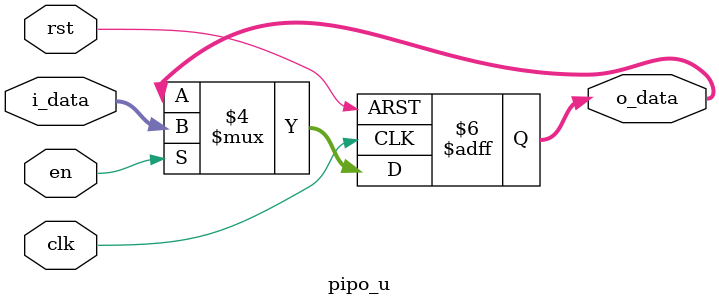
<source format=sv>
/*----------------------------------------------------------------------------------------
** MODULE NAME: pipo_u.sv
** DESCRIPTION: PIPO register to store unsigned values
** INPUTS: 		clk, rst, en, i_data,  
** OUTPUTS:  	o_data
** VERSION:  	1.0
** AUTHORS:  	Ricardo Zamora, Andres Hernandez
** DATE:    	20 / 09 / 22
** -------------------------------------------------------------------------------------- */
`ifndef PIPO_U_SV
    `define PIPO_U_SV
module pipo_u
#(parameter DW = 5)
(
	input clk, rst, en,
	input [DW-1:0] i_data,			// Input Bus Data with parametric value
	output reg [DW-1:0]  o_data		// Registered Output Data with parametric value
);

always_ff@(posedge clk, negedge rst) begin: pipou_register
	if(!rst)
		o_data <= '0;				// Reset event clear the output to zero
	else if(en)
		o_data <= i_data;			// Enable event saves the input data
	else
		o_data <= o_data;			// Default case
end: pipou_register

endmodule
`endif	
</source>
